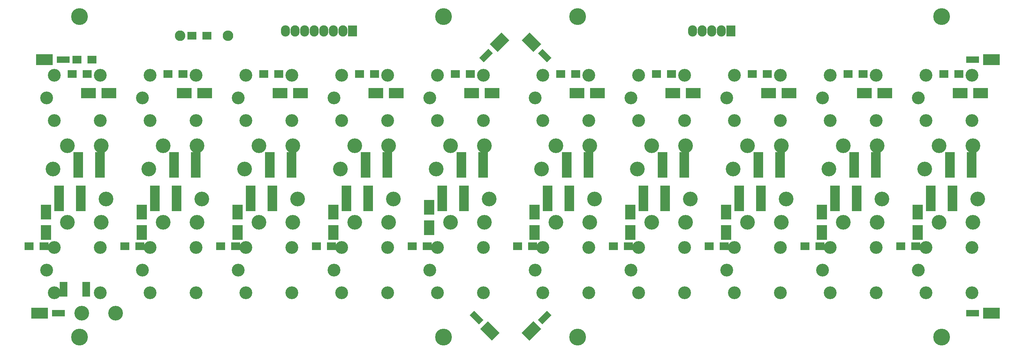
<source format=gbr>
G04 #@! TF.FileFunction,Soldermask,Bot*
%FSLAX46Y46*%
G04 Gerber Fmt 4.6, Leading zero omitted, Abs format (unit mm)*
G04 Created by KiCad (PCBNEW 4.0.5) date 02/01/17 10:47:15*
%MOMM*%
%LPD*%
G01*
G04 APERTURE LIST*
%ADD10C,0.600000*%
%ADD11C,4.464000*%
%ADD12C,3.400000*%
%ADD13C,3.900000*%
%ADD14R,2.400000X3.000000*%
%ADD15O,2.400000X3.000000*%
%ADD16R,2.000000X4.000000*%
%ADD17R,3.900000X2.700000*%
%ADD18R,2.700000X3.900000*%
%ADD19R,4.400000X2.900000*%
%ADD20R,3.400000X1.700000*%
%ADD21R,2.600000X6.750000*%
%ADD22R,2.400000X2.000000*%
%ADD23C,2.800000*%
%ADD24O,2.800000X2.800000*%
G04 APERTURE END LIST*
D10*
D11*
X38100000Y-39370000D03*
X38100000Y-124460000D03*
X266700000Y-39370000D03*
X266700000Y-124460000D03*
D12*
X43600000Y-100680000D03*
X43600000Y-112680000D03*
X31400000Y-112680000D03*
X31400000Y-100680000D03*
X29400000Y-106680000D03*
X43600000Y-54960000D03*
X43600000Y-66960000D03*
X31400000Y-66960000D03*
X31400000Y-54960000D03*
X29400000Y-60960000D03*
X69000000Y-100680000D03*
X69000000Y-112680000D03*
X56800000Y-112680000D03*
X56800000Y-100680000D03*
X54800000Y-106680000D03*
X69000000Y-54960000D03*
X69000000Y-66960000D03*
X56800000Y-66960000D03*
X56800000Y-54960000D03*
X54800000Y-60960000D03*
X94400000Y-100680000D03*
X94400000Y-112680000D03*
X82200000Y-112680000D03*
X82200000Y-100680000D03*
X80200000Y-106680000D03*
X94400000Y-54960000D03*
X94400000Y-66960000D03*
X82200000Y-66960000D03*
X82200000Y-54960000D03*
X80200000Y-60960000D03*
X119800000Y-100680000D03*
X119800000Y-112680000D03*
X107600000Y-112680000D03*
X107600000Y-100680000D03*
X105600000Y-106680000D03*
X119800000Y-54960000D03*
X119800000Y-66960000D03*
X107600000Y-66960000D03*
X107600000Y-54960000D03*
X105600000Y-60960000D03*
X145200000Y-100680000D03*
X145200000Y-112680000D03*
X133000000Y-112680000D03*
X133000000Y-100680000D03*
X131000000Y-106680000D03*
X145200000Y-54960000D03*
X145200000Y-66960000D03*
X133000000Y-66960000D03*
X133000000Y-54960000D03*
X131000000Y-60960000D03*
X173140000Y-100680000D03*
X173140000Y-112680000D03*
X160940000Y-112680000D03*
X160940000Y-100680000D03*
X158940000Y-106680000D03*
X173140000Y-54960000D03*
X173140000Y-66960000D03*
X160940000Y-66960000D03*
X160940000Y-54960000D03*
X158940000Y-60960000D03*
X198540000Y-100680000D03*
X198540000Y-112680000D03*
X186340000Y-112680000D03*
X186340000Y-100680000D03*
X184340000Y-106680000D03*
X198540000Y-54960000D03*
X198540000Y-66960000D03*
X186340000Y-66960000D03*
X186340000Y-54960000D03*
X184340000Y-60960000D03*
X223940000Y-100680000D03*
X223940000Y-112680000D03*
X211740000Y-112680000D03*
X211740000Y-100680000D03*
X209740000Y-106680000D03*
X223940000Y-54960000D03*
X223940000Y-66960000D03*
X211740000Y-66960000D03*
X211740000Y-54960000D03*
X209740000Y-60960000D03*
X249340000Y-100680000D03*
X249340000Y-112680000D03*
X237140000Y-112680000D03*
X237140000Y-100680000D03*
X235140000Y-106680000D03*
X249340000Y-54960000D03*
X249340000Y-66960000D03*
X237140000Y-66960000D03*
X237140000Y-54960000D03*
X235140000Y-60960000D03*
X274740000Y-100680000D03*
X274740000Y-112680000D03*
X262540000Y-112680000D03*
X262540000Y-100680000D03*
X260540000Y-106680000D03*
X274740000Y-54960000D03*
X274740000Y-66960000D03*
X262540000Y-66960000D03*
X262540000Y-54960000D03*
X260540000Y-60960000D03*
D11*
X134620000Y-124460000D03*
X134620000Y-39370000D03*
X170180000Y-39370000D03*
X170180000Y-124460000D03*
D13*
X31100000Y-79820000D03*
X45100000Y-87820000D03*
X56500000Y-79820000D03*
X70500000Y-87820000D03*
X81900000Y-79820000D03*
X95900000Y-87820000D03*
X107300000Y-79820000D03*
X121300000Y-87820000D03*
X132700000Y-79820000D03*
X146700000Y-87820000D03*
X160640000Y-79820000D03*
X174640000Y-87820000D03*
X186040000Y-79820000D03*
X200040000Y-87820000D03*
X211440000Y-79820000D03*
X225440000Y-87820000D03*
X236840000Y-79820000D03*
X250840000Y-87820000D03*
X262240000Y-79820000D03*
X276240000Y-87820000D03*
D14*
X110490000Y-43180000D03*
D15*
X107950000Y-43180000D03*
X105410000Y-43180000D03*
X102870000Y-43180000D03*
X100330000Y-43180000D03*
X97790000Y-43180000D03*
X95250000Y-43180000D03*
X92710000Y-43180000D03*
D14*
X210820000Y-43180000D03*
D15*
X208280000Y-43180000D03*
X205740000Y-43180000D03*
X203200000Y-43180000D03*
X200660000Y-43180000D03*
D16*
X33830000Y-111760000D03*
X39830000Y-111760000D03*
D17*
X40480000Y-59690000D03*
X45880000Y-59690000D03*
D18*
X29210000Y-96680000D03*
X29210000Y-91280000D03*
D17*
X65880000Y-59690000D03*
X71280000Y-59690000D03*
D18*
X54610000Y-96680000D03*
X54610000Y-91280000D03*
D17*
X91280000Y-59690000D03*
X96680000Y-59690000D03*
D18*
X80010000Y-96680000D03*
X80010000Y-91280000D03*
D17*
X116680000Y-59690000D03*
X122080000Y-59690000D03*
D18*
X105410000Y-96680000D03*
X105410000Y-91280000D03*
D17*
X142080000Y-59690000D03*
X147480000Y-59690000D03*
D18*
X130810000Y-95410000D03*
X130810000Y-90010000D03*
D17*
X170020000Y-59690000D03*
X175420000Y-59690000D03*
D18*
X158750000Y-96680000D03*
X158750000Y-91280000D03*
D17*
X195420000Y-59690000D03*
X200820000Y-59690000D03*
D18*
X184150000Y-96680000D03*
X184150000Y-91280000D03*
D17*
X220820000Y-59690000D03*
X226220000Y-59690000D03*
D18*
X209550000Y-96680000D03*
X209550000Y-91280000D03*
D17*
X246220000Y-59690000D03*
X251620000Y-59690000D03*
D18*
X234950000Y-96680000D03*
X234950000Y-91280000D03*
D17*
X271620000Y-59690000D03*
X277020000Y-59690000D03*
D18*
X260350000Y-96680000D03*
X260350000Y-91280000D03*
D19*
X27480000Y-118110000D03*
D20*
X32480000Y-118110000D03*
D19*
X28750000Y-50800000D03*
D20*
X33750000Y-50800000D03*
D19*
X279860000Y-50800000D03*
D20*
X274860000Y-50800000D03*
D19*
X279860000Y-118110000D03*
D20*
X274860000Y-118110000D03*
D10*
G36*
X144320380Y-122240990D02*
X146370990Y-120190380D01*
X149482260Y-123301650D01*
X147431650Y-125352260D01*
X144320380Y-122240990D01*
X144320380Y-122240990D01*
G37*
G36*
X141562664Y-118634745D02*
X142764745Y-117432664D01*
X145168908Y-119836827D01*
X143966827Y-121038908D01*
X141562664Y-118634745D01*
X141562664Y-118634745D01*
G37*
G36*
X160479620Y-46669010D02*
X158429010Y-48719620D01*
X155317740Y-45608350D01*
X157368350Y-43557740D01*
X160479620Y-46669010D01*
X160479620Y-46669010D01*
G37*
G36*
X163237336Y-50275255D02*
X162035255Y-51477336D01*
X159631092Y-49073173D01*
X160833173Y-47871092D01*
X163237336Y-50275255D01*
X163237336Y-50275255D01*
G37*
G36*
X148910990Y-48719620D02*
X146860380Y-46669010D01*
X149971650Y-43557740D01*
X152022260Y-45608350D01*
X148910990Y-48719620D01*
X148910990Y-48719620D01*
G37*
G36*
X145304745Y-51477336D02*
X144102664Y-50275255D01*
X146506827Y-47871092D01*
X147708908Y-49073173D01*
X145304745Y-51477336D01*
X145304745Y-51477336D01*
G37*
G36*
X158429010Y-120190380D02*
X160479620Y-122240990D01*
X157368350Y-125352260D01*
X155317740Y-123301650D01*
X158429010Y-120190380D01*
X158429010Y-120190380D01*
G37*
G36*
X162035255Y-117432664D02*
X163237336Y-118634745D01*
X160833173Y-121038908D01*
X159631092Y-119836827D01*
X162035255Y-117432664D01*
X162035255Y-117432664D01*
G37*
D21*
X32660000Y-87630000D03*
X38460000Y-87630000D03*
X43540000Y-78740000D03*
X37740000Y-78740000D03*
X58060000Y-87630000D03*
X63860000Y-87630000D03*
X68940000Y-78740000D03*
X63140000Y-78740000D03*
X83460000Y-87630000D03*
X89260000Y-87630000D03*
X94340000Y-78740000D03*
X88540000Y-78740000D03*
X108860000Y-87630000D03*
X114660000Y-87630000D03*
X119740000Y-78740000D03*
X113940000Y-78740000D03*
X134260000Y-87630000D03*
X140060000Y-87630000D03*
X145140000Y-78740000D03*
X139340000Y-78740000D03*
X162200000Y-87630000D03*
X168000000Y-87630000D03*
X173080000Y-78740000D03*
X167280000Y-78740000D03*
X187600000Y-87630000D03*
X193400000Y-87630000D03*
X198480000Y-78740000D03*
X192680000Y-78740000D03*
X213000000Y-87630000D03*
X218800000Y-87630000D03*
X223880000Y-78740000D03*
X218080000Y-78740000D03*
X238400000Y-87630000D03*
X244200000Y-87630000D03*
X249280000Y-78740000D03*
X243480000Y-78740000D03*
X263800000Y-87630000D03*
X269600000Y-87630000D03*
X274680000Y-78740000D03*
X268880000Y-78740000D03*
D22*
X40100000Y-54610000D03*
X36100000Y-54610000D03*
X50070000Y-100330000D03*
X54070000Y-100330000D03*
X90900000Y-54610000D03*
X86900000Y-54610000D03*
X116300000Y-54610000D03*
X112300000Y-54610000D03*
X141700000Y-54610000D03*
X137700000Y-54610000D03*
X169640000Y-54610000D03*
X165640000Y-54610000D03*
X195040000Y-54610000D03*
X191040000Y-54610000D03*
X220440000Y-54610000D03*
X216440000Y-54610000D03*
X245840000Y-54610000D03*
X241840000Y-54610000D03*
X271240000Y-54610000D03*
X267240000Y-54610000D03*
X41370000Y-50800000D03*
X37370000Y-50800000D03*
X24670000Y-100330000D03*
X28670000Y-100330000D03*
X65500000Y-54610000D03*
X61500000Y-54610000D03*
X75470000Y-100330000D03*
X79470000Y-100330000D03*
X100870000Y-100330000D03*
X104870000Y-100330000D03*
X126270000Y-100330000D03*
X130270000Y-100330000D03*
X154210000Y-100330000D03*
X158210000Y-100330000D03*
X179610000Y-100330000D03*
X183610000Y-100330000D03*
X205010000Y-100330000D03*
X209010000Y-100330000D03*
X230410000Y-100330000D03*
X234410000Y-100330000D03*
X255810000Y-100330000D03*
X259810000Y-100330000D03*
D13*
X47680000Y-118110000D03*
X38680000Y-118110000D03*
X34870000Y-93980000D03*
X43870000Y-93980000D03*
X34870000Y-73660000D03*
X43870000Y-73660000D03*
X60270000Y-93980000D03*
X69270000Y-93980000D03*
X60270000Y-73660000D03*
X69270000Y-73660000D03*
X85670000Y-93980000D03*
X94670000Y-93980000D03*
X85670000Y-73660000D03*
X94670000Y-73660000D03*
X111070000Y-93980000D03*
X120070000Y-93980000D03*
X111070000Y-73660000D03*
X120070000Y-73660000D03*
X136470000Y-93980000D03*
X145470000Y-93980000D03*
X136470000Y-73660000D03*
X145470000Y-73660000D03*
X164410000Y-93980000D03*
X173410000Y-93980000D03*
X164410000Y-73660000D03*
X173410000Y-73660000D03*
X189810000Y-93980000D03*
X198810000Y-93980000D03*
X189810000Y-73660000D03*
X198810000Y-73660000D03*
X215210000Y-93980000D03*
X224210000Y-93980000D03*
X215210000Y-73660000D03*
X224210000Y-73660000D03*
X240610000Y-93980000D03*
X249610000Y-93980000D03*
X240610000Y-73660000D03*
X249610000Y-73660000D03*
X266010000Y-93980000D03*
X275010000Y-93980000D03*
X266010000Y-73660000D03*
X275010000Y-73660000D03*
D22*
X71850000Y-44450000D03*
X67850000Y-44450000D03*
D23*
X64770000Y-44450000D03*
D24*
X77470000Y-44450000D03*
M02*

</source>
